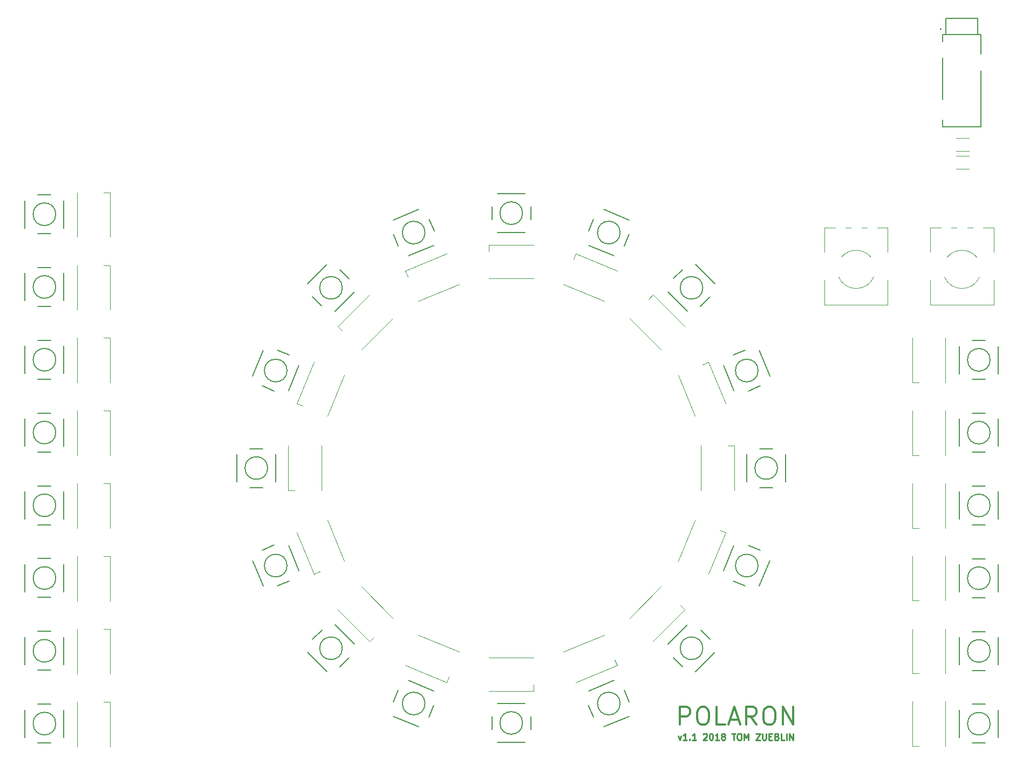
<source format=gto>
G04 #@! TF.FileFunction,Legend,Top*
%FSLAX46Y46*%
G04 Gerber Fmt 4.6, Leading zero omitted, Abs format (unit mm)*
G04 Created by KiCad (PCBNEW 4.0.6) date Thursday, 11. October 2018 'u59' 14:59:12*
%MOMM*%
%LPD*%
G01*
G04 APERTURE LIST*
%ADD10C,0.100000*%
%ADD11C,0.300000*%
%ADD12C,0.250000*%
%ADD13C,0.120000*%
%ADD14C,0.127000*%
%ADD15C,0.200000*%
%ADD16C,0.203200*%
G04 APERTURE END LIST*
D10*
D11*
X172294534Y-144149467D02*
X172294534Y-141349467D01*
X173361200Y-141349467D01*
X173627867Y-141482800D01*
X173761200Y-141616133D01*
X173894534Y-141882800D01*
X173894534Y-142282800D01*
X173761200Y-142549467D01*
X173627867Y-142682800D01*
X173361200Y-142816133D01*
X172294534Y-142816133D01*
X175627867Y-141349467D02*
X176161200Y-141349467D01*
X176427867Y-141482800D01*
X176694534Y-141749467D01*
X176827867Y-142282800D01*
X176827867Y-143216133D01*
X176694534Y-143749467D01*
X176427867Y-144016133D01*
X176161200Y-144149467D01*
X175627867Y-144149467D01*
X175361200Y-144016133D01*
X175094534Y-143749467D01*
X174961200Y-143216133D01*
X174961200Y-142282800D01*
X175094534Y-141749467D01*
X175361200Y-141482800D01*
X175627867Y-141349467D01*
X179361200Y-144149467D02*
X178027867Y-144149467D01*
X178027867Y-141349467D01*
X180161200Y-143349467D02*
X181494534Y-143349467D01*
X179894534Y-144149467D02*
X180827867Y-141349467D01*
X181761200Y-144149467D01*
X184294534Y-144149467D02*
X183361200Y-142816133D01*
X182694534Y-144149467D02*
X182694534Y-141349467D01*
X183761200Y-141349467D01*
X184027867Y-141482800D01*
X184161200Y-141616133D01*
X184294534Y-141882800D01*
X184294534Y-142282800D01*
X184161200Y-142549467D01*
X184027867Y-142682800D01*
X183761200Y-142816133D01*
X182694534Y-142816133D01*
X186027867Y-141349467D02*
X186561200Y-141349467D01*
X186827867Y-141482800D01*
X187094534Y-141749467D01*
X187227867Y-142282800D01*
X187227867Y-143216133D01*
X187094534Y-143749467D01*
X186827867Y-144016133D01*
X186561200Y-144149467D01*
X186027867Y-144149467D01*
X185761200Y-144016133D01*
X185494534Y-143749467D01*
X185361200Y-143216133D01*
X185361200Y-142282800D01*
X185494534Y-141749467D01*
X185761200Y-141482800D01*
X186027867Y-141349467D01*
X188427867Y-144149467D02*
X188427867Y-141349467D01*
X190027867Y-144149467D01*
X190027867Y-141349467D01*
D12*
X171979771Y-145868514D02*
X172217866Y-146535181D01*
X172455962Y-145868514D01*
X173360724Y-146535181D02*
X172789295Y-146535181D01*
X173075009Y-146535181D02*
X173075009Y-145535181D01*
X172979771Y-145678038D01*
X172884533Y-145773276D01*
X172789295Y-145820895D01*
X173789295Y-146439943D02*
X173836914Y-146487562D01*
X173789295Y-146535181D01*
X173741676Y-146487562D01*
X173789295Y-146439943D01*
X173789295Y-146535181D01*
X174789295Y-146535181D02*
X174217866Y-146535181D01*
X174503580Y-146535181D02*
X174503580Y-145535181D01*
X174408342Y-145678038D01*
X174313104Y-145773276D01*
X174217866Y-145820895D01*
X175932152Y-145630419D02*
X175979771Y-145582800D01*
X176075009Y-145535181D01*
X176313105Y-145535181D01*
X176408343Y-145582800D01*
X176455962Y-145630419D01*
X176503581Y-145725657D01*
X176503581Y-145820895D01*
X176455962Y-145963752D01*
X175884533Y-146535181D01*
X176503581Y-146535181D01*
X177122628Y-145535181D02*
X177217867Y-145535181D01*
X177313105Y-145582800D01*
X177360724Y-145630419D01*
X177408343Y-145725657D01*
X177455962Y-145916133D01*
X177455962Y-146154229D01*
X177408343Y-146344705D01*
X177360724Y-146439943D01*
X177313105Y-146487562D01*
X177217867Y-146535181D01*
X177122628Y-146535181D01*
X177027390Y-146487562D01*
X176979771Y-146439943D01*
X176932152Y-146344705D01*
X176884533Y-146154229D01*
X176884533Y-145916133D01*
X176932152Y-145725657D01*
X176979771Y-145630419D01*
X177027390Y-145582800D01*
X177122628Y-145535181D01*
X178408343Y-146535181D02*
X177836914Y-146535181D01*
X178122628Y-146535181D02*
X178122628Y-145535181D01*
X178027390Y-145678038D01*
X177932152Y-145773276D01*
X177836914Y-145820895D01*
X178979771Y-145963752D02*
X178884533Y-145916133D01*
X178836914Y-145868514D01*
X178789295Y-145773276D01*
X178789295Y-145725657D01*
X178836914Y-145630419D01*
X178884533Y-145582800D01*
X178979771Y-145535181D01*
X179170248Y-145535181D01*
X179265486Y-145582800D01*
X179313105Y-145630419D01*
X179360724Y-145725657D01*
X179360724Y-145773276D01*
X179313105Y-145868514D01*
X179265486Y-145916133D01*
X179170248Y-145963752D01*
X178979771Y-145963752D01*
X178884533Y-146011371D01*
X178836914Y-146058990D01*
X178789295Y-146154229D01*
X178789295Y-146344705D01*
X178836914Y-146439943D01*
X178884533Y-146487562D01*
X178979771Y-146535181D01*
X179170248Y-146535181D01*
X179265486Y-146487562D01*
X179313105Y-146439943D01*
X179360724Y-146344705D01*
X179360724Y-146154229D01*
X179313105Y-146058990D01*
X179265486Y-146011371D01*
X179170248Y-145963752D01*
X180408343Y-145535181D02*
X180979772Y-145535181D01*
X180694057Y-146535181D02*
X180694057Y-145535181D01*
X181503581Y-145535181D02*
X181694058Y-145535181D01*
X181789296Y-145582800D01*
X181884534Y-145678038D01*
X181932153Y-145868514D01*
X181932153Y-146201848D01*
X181884534Y-146392324D01*
X181789296Y-146487562D01*
X181694058Y-146535181D01*
X181503581Y-146535181D01*
X181408343Y-146487562D01*
X181313105Y-146392324D01*
X181265486Y-146201848D01*
X181265486Y-145868514D01*
X181313105Y-145678038D01*
X181408343Y-145582800D01*
X181503581Y-145535181D01*
X182360724Y-146535181D02*
X182360724Y-145535181D01*
X182694058Y-146249467D01*
X183027391Y-145535181D01*
X183027391Y-146535181D01*
X184170248Y-145535181D02*
X184836915Y-145535181D01*
X184170248Y-146535181D01*
X184836915Y-146535181D01*
X185217867Y-145535181D02*
X185217867Y-146344705D01*
X185265486Y-146439943D01*
X185313105Y-146487562D01*
X185408343Y-146535181D01*
X185598820Y-146535181D01*
X185694058Y-146487562D01*
X185741677Y-146439943D01*
X185789296Y-146344705D01*
X185789296Y-145535181D01*
X186265486Y-146011371D02*
X186598820Y-146011371D01*
X186741677Y-146535181D02*
X186265486Y-146535181D01*
X186265486Y-145535181D01*
X186741677Y-145535181D01*
X187503582Y-146011371D02*
X187646439Y-146058990D01*
X187694058Y-146106610D01*
X187741677Y-146201848D01*
X187741677Y-146344705D01*
X187694058Y-146439943D01*
X187646439Y-146487562D01*
X187551201Y-146535181D01*
X187170248Y-146535181D01*
X187170248Y-145535181D01*
X187503582Y-145535181D01*
X187598820Y-145582800D01*
X187646439Y-145630419D01*
X187694058Y-145725657D01*
X187694058Y-145820895D01*
X187646439Y-145916133D01*
X187598820Y-145963752D01*
X187503582Y-146011371D01*
X187170248Y-146011371D01*
X188646439Y-146535181D02*
X188170248Y-146535181D01*
X188170248Y-145535181D01*
X188979772Y-146535181D02*
X188979772Y-145535181D01*
X189455962Y-146535181D02*
X189455962Y-145535181D01*
X190027391Y-146535181D01*
X190027391Y-145535181D01*
D13*
X202691632Y-73858782D02*
G75*
G02X197167200Y-73859800I-2762432J1171982D01*
G01*
X197631447Y-70758505D02*
G75*
G02X202227200Y-70758800I2297753J-1928295D01*
G01*
X204890200Y-66126800D02*
X204890200Y-69992800D01*
X204890200Y-74381800D02*
X204890200Y-78246800D01*
X194969200Y-66126800D02*
X194969200Y-69992800D01*
X194969200Y-74381800D02*
X194969200Y-78246800D01*
X204890200Y-66126800D02*
X203254200Y-66126800D01*
X201604200Y-66126800D02*
X200754200Y-66126800D01*
X199104200Y-66126800D02*
X198254200Y-66126800D01*
X196604200Y-66126800D02*
X194969200Y-66126800D01*
X204890200Y-78246800D02*
X194969200Y-78246800D01*
D14*
X213484200Y-35793800D02*
X213984200Y-35793800D01*
X213984200Y-35793800D02*
X218984200Y-35793800D01*
X218984200Y-35793800D02*
X219484200Y-35793800D01*
X219484200Y-35793800D02*
X219484200Y-38893800D01*
X219484200Y-41493800D02*
X219484200Y-50293800D01*
X219484200Y-50293800D02*
X213484200Y-50293800D01*
X213484200Y-35793800D02*
X213484200Y-36893800D01*
X213484200Y-39493800D02*
X213484200Y-45993800D01*
D15*
X213284200Y-34993800D02*
G75*
G03X213284200Y-34993800I-100000J0D01*
G01*
D14*
X213484200Y-49193800D02*
X213484200Y-50293800D01*
X218984200Y-35793800D02*
X218984200Y-33293800D01*
X218984200Y-33293800D02*
X213984200Y-33293800D01*
X213984200Y-33293800D02*
X213984200Y-35793800D01*
D13*
X122263486Y-122448367D02*
X127213233Y-127398114D01*
X118586531Y-126125322D02*
X123536278Y-131075069D01*
X123536278Y-131075069D02*
X124243385Y-130367963D01*
X77664000Y-147549600D02*
X77664000Y-140549600D01*
X82864000Y-147549600D02*
X82864000Y-140549600D01*
X82864000Y-140549600D02*
X81864000Y-140549600D01*
X77664000Y-136129600D02*
X77664000Y-129129600D01*
X82864000Y-136129600D02*
X82864000Y-129129600D01*
X82864000Y-129129600D02*
X81864000Y-129129600D01*
X77664000Y-124709600D02*
X77664000Y-117709600D01*
X82864000Y-124709600D02*
X82864000Y-117709600D01*
X82864000Y-117709600D02*
X81864000Y-117709600D01*
X77664000Y-113289600D02*
X77664000Y-106289600D01*
X82864000Y-113289600D02*
X82864000Y-106289600D01*
X82864000Y-106289600D02*
X81864000Y-106289600D01*
X77664000Y-101869600D02*
X77664000Y-94869600D01*
X82864000Y-101869600D02*
X82864000Y-94869600D01*
X82864000Y-94869600D02*
X81864000Y-94869600D01*
X77664000Y-90449600D02*
X77664000Y-83449600D01*
X82864000Y-90449600D02*
X82864000Y-83449600D01*
X82864000Y-83449600D02*
X81864000Y-83449600D01*
X77664000Y-79029600D02*
X77664000Y-72029600D01*
X82864000Y-79029600D02*
X82864000Y-72029600D01*
X82864000Y-72029600D02*
X81864000Y-72029600D01*
X77664000Y-67609600D02*
X77664000Y-60609600D01*
X82864000Y-67609600D02*
X82864000Y-60609600D01*
X82864000Y-60609600D02*
X81864000Y-60609600D01*
X213928000Y-140518800D02*
X213928000Y-147518800D01*
X208728000Y-140518800D02*
X208728000Y-147518800D01*
X208728000Y-147518800D02*
X209728000Y-147518800D01*
X213928000Y-129098800D02*
X213928000Y-136098800D01*
X208728000Y-129098800D02*
X208728000Y-136098800D01*
X208728000Y-136098800D02*
X209728000Y-136098800D01*
X213928000Y-117678800D02*
X213928000Y-124678800D01*
X208728000Y-117678800D02*
X208728000Y-124678800D01*
X208728000Y-124678800D02*
X209728000Y-124678800D01*
X213928000Y-106258800D02*
X213928000Y-113258800D01*
X208728000Y-106258800D02*
X208728000Y-113258800D01*
X208728000Y-113258800D02*
X209728000Y-113258800D01*
X213928000Y-94838800D02*
X213928000Y-101838800D01*
X208728000Y-94838800D02*
X208728000Y-101838800D01*
X208728000Y-101838800D02*
X209728000Y-101838800D01*
X213928000Y-83418800D02*
X213928000Y-90418800D01*
X208728000Y-83418800D02*
X208728000Y-90418800D01*
X208728000Y-90418800D02*
X209728000Y-90418800D01*
X142296000Y-133645600D02*
X149296000Y-133645600D01*
X142296000Y-138845600D02*
X149296000Y-138845600D01*
X149296000Y-138845600D02*
X149296000Y-137845600D01*
X153958735Y-132718124D02*
X160425891Y-130039340D01*
X155948689Y-137522298D02*
X162415845Y-134843514D01*
X162415845Y-134843514D02*
X162033162Y-133919634D01*
X164378767Y-127398114D02*
X169328514Y-122448367D01*
X168055722Y-131075069D02*
X173005469Y-126125322D01*
X173005469Y-126125322D02*
X172298363Y-125418215D01*
X171969740Y-118495491D02*
X174648524Y-112028335D01*
X176773914Y-120485445D02*
X179452698Y-114018289D01*
X179452698Y-114018289D02*
X178528818Y-113635605D01*
X175576000Y-107365600D02*
X175576000Y-100365600D01*
X180776000Y-107365600D02*
X180776000Y-100365600D01*
X180776000Y-100365600D02*
X179776000Y-100365600D01*
X174648524Y-95702865D02*
X171969740Y-89235709D01*
X179452698Y-93712911D02*
X176773914Y-87245755D01*
X176773914Y-87245755D02*
X175850034Y-87628438D01*
X169328514Y-85282833D02*
X164378767Y-80333086D01*
X173005469Y-81605878D02*
X168055722Y-76656131D01*
X168055722Y-76656131D02*
X167348615Y-77363237D01*
X160425891Y-77691860D02*
X153958735Y-75013076D01*
X162415845Y-72887686D02*
X155948689Y-70208902D01*
X155948689Y-70208902D02*
X155566005Y-71132782D01*
X149296000Y-74085600D02*
X142296000Y-74085600D01*
X149296000Y-68885600D02*
X142296000Y-68885600D01*
X142296000Y-68885600D02*
X142296000Y-69885600D01*
X137633265Y-75013076D02*
X131166109Y-77691860D01*
X135643311Y-70208902D02*
X129176155Y-72887686D01*
X129176155Y-72887686D02*
X129558838Y-73811566D01*
X127213233Y-80333086D02*
X122263486Y-85282833D01*
X123536278Y-76656131D02*
X118586531Y-81605878D01*
X118586531Y-81605878D02*
X119293637Y-82312985D01*
X119622260Y-89235709D02*
X116943476Y-95702865D01*
X114818086Y-87245755D02*
X112139302Y-93712911D01*
X112139302Y-93712911D02*
X113063182Y-94095595D01*
X116016000Y-100365600D02*
X116016000Y-107365600D01*
X110816000Y-100365600D02*
X110816000Y-107365600D01*
X110816000Y-107365600D02*
X111816000Y-107365600D01*
X116943476Y-112028335D02*
X119622260Y-118495491D01*
X112139302Y-114018289D02*
X114818086Y-120485445D01*
X114818086Y-120485445D02*
X115741966Y-120102762D01*
X131166109Y-130039340D02*
X137633265Y-132718124D01*
X129176155Y-134843514D02*
X135643311Y-137522298D01*
X135643311Y-137522298D02*
X136025995Y-136598418D01*
D16*
X147955000Y-140817600D02*
X143637000Y-140817600D01*
X143637000Y-146913600D02*
X147955000Y-146913600D01*
X148844000Y-142869920D02*
X148844000Y-144881600D01*
X142748000Y-142839440D02*
X142748000Y-144881600D01*
X147574000Y-143865600D02*
G75*
G03X147574000Y-143865600I-1778000J0D01*
G01*
X161931574Y-137178583D02*
X157942262Y-138831010D01*
X160275100Y-144462979D02*
X164264412Y-142810552D01*
X163538292Y-138734474D02*
X164308128Y-140593024D01*
X157894658Y-141039152D02*
X158676159Y-142925862D01*
X162881337Y-140820781D02*
G75*
G03X162881337Y-140820781I-1778000J0D01*
G01*
X173451653Y-128467966D02*
X170398366Y-131521253D01*
X174708889Y-135831776D02*
X177762176Y-132778489D01*
X175531480Y-129290557D02*
X176953953Y-130713030D01*
X171199405Y-133579528D02*
X172643430Y-135023553D01*
X175858271Y-132149871D02*
G75*
G03X175858271Y-132149871I-1778000J0D01*
G01*
X180761410Y-116011862D02*
X179108983Y-120001174D01*
X184740952Y-122334012D02*
X186393379Y-118344700D01*
X182997712Y-115975922D02*
X184856262Y-116745759D01*
X180636714Y-121596227D02*
X182523424Y-122377728D01*
X184529181Y-119172937D02*
G75*
G03X184529181Y-119172937I-1778000J0D01*
G01*
X182748000Y-101706600D02*
X182748000Y-106024600D01*
X188844000Y-106024600D02*
X188844000Y-101706600D01*
X184800320Y-100817600D02*
X186812000Y-100817600D01*
X184769840Y-106913600D02*
X186812000Y-106913600D01*
X187574000Y-103865600D02*
G75*
G03X187574000Y-103865600I-1778000J0D01*
G01*
X179108983Y-87730026D02*
X180761410Y-91719338D01*
X186393379Y-89386500D02*
X184740952Y-85397188D01*
X180664874Y-86123308D02*
X182523424Y-85353472D01*
X182969552Y-91766942D02*
X184856262Y-90985441D01*
X184529181Y-88558263D02*
G75*
G03X184529181Y-88558263I-1778000J0D01*
G01*
X170398366Y-76209947D02*
X173451653Y-79263234D01*
X177762176Y-74952711D02*
X174708889Y-71899424D01*
X171220957Y-74130120D02*
X172643430Y-72707647D01*
X175509928Y-78462195D02*
X176953953Y-77018170D01*
X175858271Y-75581329D02*
G75*
G03X175858271Y-75581329I-1778000J0D01*
G01*
X157942262Y-68900190D02*
X161931574Y-70552617D01*
X164264412Y-64920648D02*
X160275100Y-63268221D01*
X157906322Y-66663888D02*
X158676159Y-64805338D01*
X163526627Y-69024886D02*
X164308128Y-67138176D01*
X162881337Y-66910419D02*
G75*
G03X162881337Y-66910419I-1778000J0D01*
G01*
X143637000Y-66913600D02*
X147955000Y-66913600D01*
X147955000Y-60817600D02*
X143637000Y-60817600D01*
X142748000Y-64861280D02*
X142748000Y-62849600D01*
X148844000Y-64891760D02*
X148844000Y-62849600D01*
X147574000Y-63865600D02*
G75*
G03X147574000Y-63865600I-1778000J0D01*
G01*
X129660426Y-70552617D02*
X133649738Y-68900190D01*
X131316900Y-63268221D02*
X127327588Y-64920648D01*
X128053708Y-68996726D02*
X127283872Y-67138176D01*
X133697342Y-66692048D02*
X132915841Y-64805338D01*
X132266663Y-66910419D02*
G75*
G03X132266663Y-66910419I-1778000J0D01*
G01*
X118140347Y-79263234D02*
X121193634Y-76209947D01*
X116883111Y-71899424D02*
X113829824Y-74952711D01*
X116060520Y-78440643D02*
X114638047Y-77018170D01*
X120392595Y-74151672D02*
X118948570Y-72707647D01*
X119289729Y-75581329D02*
G75*
G03X119289729Y-75581329I-1778000J0D01*
G01*
X110830590Y-91719338D02*
X112483017Y-87730026D01*
X106851048Y-85397188D02*
X105198621Y-89386500D01*
X108594288Y-91755278D02*
X106735738Y-90985441D01*
X110955286Y-86134973D02*
X109068576Y-85353472D01*
X110618819Y-88558263D02*
G75*
G03X110618819Y-88558263I-1778000J0D01*
G01*
X108844000Y-106024600D02*
X108844000Y-101706600D01*
X102748000Y-101706600D02*
X102748000Y-106024600D01*
X106791680Y-106913600D02*
X104780000Y-106913600D01*
X106822160Y-100817600D02*
X104780000Y-100817600D01*
X107574000Y-103865600D02*
G75*
G03X107574000Y-103865600I-1778000J0D01*
G01*
X112483017Y-120001174D02*
X110830590Y-116011862D01*
X105198621Y-118344700D02*
X106851048Y-122334012D01*
X110927126Y-121607892D02*
X109068576Y-122377728D01*
X108622448Y-115964258D02*
X106735738Y-116745759D01*
X110618819Y-119172937D02*
G75*
G03X110618819Y-119172937I-1778000J0D01*
G01*
X121193634Y-131521253D02*
X118140347Y-128467966D01*
X113829824Y-132778489D02*
X116883111Y-135831776D01*
X120371043Y-133601080D02*
X118948570Y-135023553D01*
X116082072Y-129269005D02*
X114638047Y-130713030D01*
X119289729Y-132149871D02*
G75*
G03X119289729Y-132149871I-1778000J0D01*
G01*
X133649738Y-138831010D02*
X129660426Y-137178583D01*
X127327588Y-142810552D02*
X131316900Y-144462979D01*
X133685678Y-141067312D02*
X132915841Y-142925862D01*
X128065373Y-138706314D02*
X127283872Y-140593024D01*
X132266663Y-140820781D02*
G75*
G03X132266663Y-140820781I-1778000J0D01*
G01*
X75595480Y-66187320D02*
X75595480Y-61869320D01*
X69499480Y-61869320D02*
X69499480Y-66187320D01*
X73543160Y-67076320D02*
X71531480Y-67076320D01*
X73573640Y-60980320D02*
X71531480Y-60980320D01*
X74325480Y-64028320D02*
G75*
G03X74325480Y-64028320I-1778000J0D01*
G01*
X75595480Y-77607320D02*
X75595480Y-73289320D01*
X69499480Y-73289320D02*
X69499480Y-77607320D01*
X73543160Y-78496320D02*
X71531480Y-78496320D01*
X73573640Y-72400320D02*
X71531480Y-72400320D01*
X74325480Y-75448320D02*
G75*
G03X74325480Y-75448320I-1778000J0D01*
G01*
X75595480Y-89027320D02*
X75595480Y-84709320D01*
X69499480Y-84709320D02*
X69499480Y-89027320D01*
X73543160Y-89916320D02*
X71531480Y-89916320D01*
X73573640Y-83820320D02*
X71531480Y-83820320D01*
X74325480Y-86868320D02*
G75*
G03X74325480Y-86868320I-1778000J0D01*
G01*
X75595480Y-100447320D02*
X75595480Y-96129320D01*
X69499480Y-96129320D02*
X69499480Y-100447320D01*
X73543160Y-101336320D02*
X71531480Y-101336320D01*
X73573640Y-95240320D02*
X71531480Y-95240320D01*
X74325480Y-98288320D02*
G75*
G03X74325480Y-98288320I-1778000J0D01*
G01*
X75595480Y-111867320D02*
X75595480Y-107549320D01*
X69499480Y-107549320D02*
X69499480Y-111867320D01*
X73543160Y-112756320D02*
X71531480Y-112756320D01*
X73573640Y-106660320D02*
X71531480Y-106660320D01*
X74325480Y-109708320D02*
G75*
G03X74325480Y-109708320I-1778000J0D01*
G01*
X75595480Y-123287320D02*
X75595480Y-118969320D01*
X69499480Y-118969320D02*
X69499480Y-123287320D01*
X73543160Y-124176320D02*
X71531480Y-124176320D01*
X73573640Y-118080320D02*
X71531480Y-118080320D01*
X74325480Y-121128320D02*
G75*
G03X74325480Y-121128320I-1778000J0D01*
G01*
X75595480Y-134707320D02*
X75595480Y-130389320D01*
X69499480Y-130389320D02*
X69499480Y-134707320D01*
X73543160Y-135596320D02*
X71531480Y-135596320D01*
X73573640Y-129500320D02*
X71531480Y-129500320D01*
X74325480Y-132548320D02*
G75*
G03X74325480Y-132548320I-1778000J0D01*
G01*
X75595480Y-146127320D02*
X75595480Y-141809320D01*
X69499480Y-141809320D02*
X69499480Y-146127320D01*
X73543160Y-147016320D02*
X71531480Y-147016320D01*
X73573640Y-140920320D02*
X71531480Y-140920320D01*
X74325480Y-143968320D02*
G75*
G03X74325480Y-143968320I-1778000J0D01*
G01*
X216123520Y-84729320D02*
X216123520Y-89047320D01*
X222219520Y-89047320D02*
X222219520Y-84729320D01*
X218175840Y-83840320D02*
X220187520Y-83840320D01*
X218145360Y-89936320D02*
X220187520Y-89936320D01*
X220949520Y-86888320D02*
G75*
G03X220949520Y-86888320I-1778000J0D01*
G01*
X216123520Y-96149320D02*
X216123520Y-100467320D01*
X222219520Y-100467320D02*
X222219520Y-96149320D01*
X218175840Y-95260320D02*
X220187520Y-95260320D01*
X218145360Y-101356320D02*
X220187520Y-101356320D01*
X220949520Y-98308320D02*
G75*
G03X220949520Y-98308320I-1778000J0D01*
G01*
X216123520Y-107569320D02*
X216123520Y-111887320D01*
X222219520Y-111887320D02*
X222219520Y-107569320D01*
X218175840Y-106680320D02*
X220187520Y-106680320D01*
X218145360Y-112776320D02*
X220187520Y-112776320D01*
X220949520Y-109728320D02*
G75*
G03X220949520Y-109728320I-1778000J0D01*
G01*
X216123520Y-118989320D02*
X216123520Y-123307320D01*
X222219520Y-123307320D02*
X222219520Y-118989320D01*
X218175840Y-118100320D02*
X220187520Y-118100320D01*
X218145360Y-124196320D02*
X220187520Y-124196320D01*
X220949520Y-121148320D02*
G75*
G03X220949520Y-121148320I-1778000J0D01*
G01*
X216123520Y-130409320D02*
X216123520Y-134727320D01*
X222219520Y-134727320D02*
X222219520Y-130409320D01*
X218175840Y-129520320D02*
X220187520Y-129520320D01*
X218145360Y-135616320D02*
X220187520Y-135616320D01*
X220949520Y-132568320D02*
G75*
G03X220949520Y-132568320I-1778000J0D01*
G01*
X216123520Y-141829320D02*
X216123520Y-146147320D01*
X222219520Y-146147320D02*
X222219520Y-141829320D01*
X218175840Y-140940320D02*
X220187520Y-140940320D01*
X218145360Y-147036320D02*
X220187520Y-147036320D01*
X220949520Y-143988320D02*
G75*
G03X220949520Y-143988320I-1778000J0D01*
G01*
D13*
X215611200Y-56950800D02*
X217611200Y-56950800D01*
X217611200Y-54910800D02*
X215611200Y-54910800D01*
X215611200Y-54156800D02*
X217611200Y-54156800D01*
X217611200Y-52116800D02*
X215611200Y-52116800D01*
X219291632Y-73858782D02*
G75*
G02X213767200Y-73859800I-2762432J1171982D01*
G01*
X214231447Y-70758505D02*
G75*
G02X218827200Y-70758800I2297753J-1928295D01*
G01*
X221490200Y-66126800D02*
X221490200Y-69992800D01*
X221490200Y-74381800D02*
X221490200Y-78246800D01*
X211569200Y-66126800D02*
X211569200Y-69992800D01*
X211569200Y-74381800D02*
X211569200Y-78246800D01*
X221490200Y-66126800D02*
X219854200Y-66126800D01*
X218204200Y-66126800D02*
X217354200Y-66126800D01*
X215704200Y-66126800D02*
X214854200Y-66126800D01*
X213204200Y-66126800D02*
X211569200Y-66126800D01*
X221490200Y-78246800D02*
X211569200Y-78246800D01*
M02*

</source>
